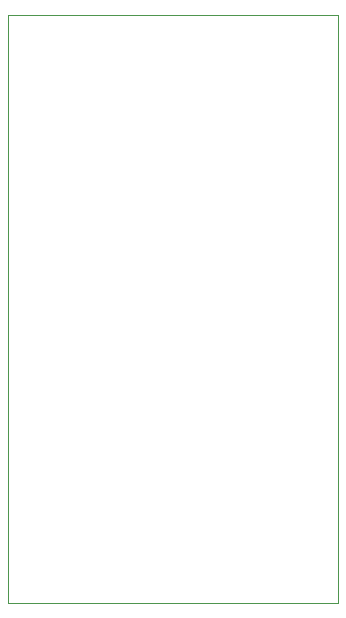
<source format=gko>
G04 EAGLE Gerber X2 export*
%TF.Part,Single*%
%TF.FileFunction,Other,Other*%
%TF.FilePolarity,Positive*%
%TF.GenerationSoftware,Autodesk,EAGLE,9.0.0*%
%TF.CreationDate,2018-05-04T14:34:45Z*%
G75*
%MOIN*%
%FSLAX34Y34*%
%LPD*%
%AMOC8*
5,1,8,0,0,1.08239X$1,22.5*%
G01*
%ADD10C,0.000000*%


D10*
X0Y0D02*
X10992Y0D01*
X10992Y19620D01*
X0Y19620D01*
X0Y0D01*
M02*

</source>
